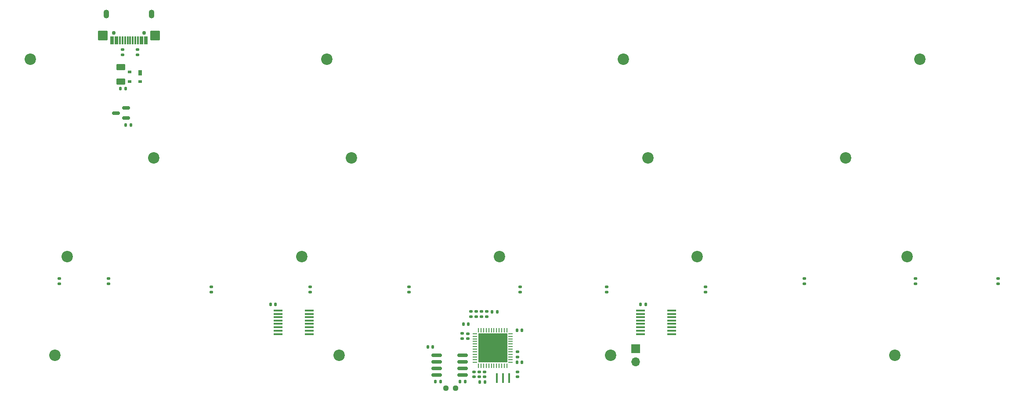
<source format=gbr>
%TF.GenerationSoftware,KiCad,Pcbnew,(7.0.0)*%
%TF.CreationDate,2023-09-23T18:24:28+02:00*%
%TF.ProjectId,travaulta WKL,74726176-6175-46c7-9461-20574b4c2e6b,rev?*%
%TF.SameCoordinates,Original*%
%TF.FileFunction,Soldermask,Bot*%
%TF.FilePolarity,Negative*%
%FSLAX46Y46*%
G04 Gerber Fmt 4.6, Leading zero omitted, Abs format (unit mm)*
G04 Created by KiCad (PCBNEW (7.0.0)) date 2023-09-23 18:24:28*
%MOMM*%
%LPD*%
G01*
G04 APERTURE LIST*
G04 Aperture macros list*
%AMRoundRect*
0 Rectangle with rounded corners*
0 $1 Rounding radius*
0 $2 $3 $4 $5 $6 $7 $8 $9 X,Y pos of 4 corners*
0 Add a 4 corners polygon primitive as box body*
4,1,4,$2,$3,$4,$5,$6,$7,$8,$9,$2,$3,0*
0 Add four circle primitives for the rounded corners*
1,1,$1+$1,$2,$3*
1,1,$1+$1,$4,$5*
1,1,$1+$1,$6,$7*
1,1,$1+$1,$8,$9*
0 Add four rect primitives between the rounded corners*
20,1,$1+$1,$2,$3,$4,$5,0*
20,1,$1+$1,$4,$5,$6,$7,0*
20,1,$1+$1,$6,$7,$8,$9,0*
20,1,$1+$1,$8,$9,$2,$3,0*%
G04 Aperture macros list end*
%ADD10C,2.200000*%
%ADD11R,0.400000X1.900000*%
%ADD12RoundRect,0.140000X0.140000X0.170000X-0.140000X0.170000X-0.140000X-0.170000X0.140000X-0.170000X0*%
%ADD13RoundRect,0.140000X-0.140000X-0.170000X0.140000X-0.170000X0.140000X0.170000X-0.140000X0.170000X0*%
%ADD14RoundRect,0.140000X-0.170000X0.140000X-0.170000X-0.140000X0.170000X-0.140000X0.170000X0.140000X0*%
%ADD15RoundRect,0.150000X-0.825000X-0.150000X0.825000X-0.150000X0.825000X0.150000X-0.825000X0.150000X0*%
%ADD16RoundRect,0.135000X-0.185000X0.135000X-0.185000X-0.135000X0.185000X-0.135000X0.185000X0.135000X0*%
%ADD17RoundRect,0.135000X0.185000X-0.135000X0.185000X0.135000X-0.185000X0.135000X-0.185000X-0.135000X0*%
%ADD18RoundRect,0.135000X-0.135000X-0.185000X0.135000X-0.185000X0.135000X0.185000X-0.135000X0.185000X0*%
%ADD19RoundRect,0.062500X0.062500X-0.375000X0.062500X0.375000X-0.062500X0.375000X-0.062500X-0.375000X0*%
%ADD20RoundRect,0.062500X0.375000X-0.062500X0.375000X0.062500X-0.375000X0.062500X-0.375000X-0.062500X0*%
%ADD21R,5.600000X5.600000*%
%ADD22R,1.778000X0.419100*%
%ADD23RoundRect,0.135000X0.135000X0.185000X-0.135000X0.185000X-0.135000X-0.185000X0.135000X-0.185000X0*%
%ADD24RoundRect,0.250000X-0.625000X0.375000X-0.625000X-0.375000X0.625000X-0.375000X0.625000X0.375000X0*%
%ADD25R,0.700000X1.000000*%
%ADD26R,0.700000X0.600000*%
%ADD27RoundRect,0.140000X0.170000X-0.140000X0.170000X0.140000X-0.170000X0.140000X-0.170000X-0.140000X0*%
%ADD28R,1.700000X1.700000*%
%ADD29O,1.700000X1.700000*%
%ADD30RoundRect,0.150000X0.587500X0.150000X-0.587500X0.150000X-0.587500X-0.150000X0.587500X-0.150000X0*%
%ADD31C,0.750000*%
%ADD32RoundRect,0.050000X-0.300000X-0.725000X0.300000X-0.725000X0.300000X0.725000X-0.300000X0.725000X0*%
%ADD33RoundRect,0.050000X-0.150000X-0.725000X0.150000X-0.725000X0.150000X0.725000X-0.150000X0.725000X0*%
%ADD34RoundRect,0.050000X-0.850000X-0.850000X0.850000X-0.850000X0.850000X0.850000X-0.850000X0.850000X0*%
%ADD35O,1.100000X1.700000*%
%ADD36RoundRect,0.237500X0.250000X0.237500X-0.250000X0.237500X-0.250000X-0.237500X0.250000X-0.237500X0*%
G04 APERTURE END LIST*
D10*
%TO.C,H2*%
X120650000Y-57150000D03*
%TD*%
%TO.C,H11*%
X153987500Y-95250000D03*
%TD*%
%TO.C,H1*%
X63500000Y-57150000D03*
%TD*%
%TO.C,H9*%
X70643750Y-95250000D03*
%TD*%
%TO.C,H13*%
X232568750Y-95250000D03*
%TD*%
%TO.C,H5*%
X87312500Y-76200000D03*
%TD*%
%TO.C,H10*%
X115887500Y-95250000D03*
%TD*%
%TO.C,H8*%
X220662500Y-76200000D03*
%TD*%
%TO.C,H15*%
X123031250Y-114300000D03*
%TD*%
%TO.C,H3*%
X177800000Y-57150000D03*
%TD*%
%TO.C,H17*%
X230187500Y-114300000D03*
%TD*%
%TO.C,H4*%
X234950000Y-57150000D03*
%TD*%
%TO.C,H6*%
X125412500Y-76200000D03*
%TD*%
%TO.C,H16*%
X175418750Y-114300000D03*
%TD*%
%TO.C,H12*%
X192087500Y-95250000D03*
%TD*%
%TO.C,H7*%
X182562500Y-76200000D03*
%TD*%
%TO.C,H14*%
X68262500Y-114300000D03*
%TD*%
D11*
%TO.C,Y1*%
X153415999Y-118744999D03*
X154615999Y-118744999D03*
X155815999Y-118744999D03*
%TD*%
D12*
%TO.C,C7*%
X147984000Y-108331000D03*
X147024000Y-108331000D03*
%TD*%
D13*
%TO.C,C12*%
X181178186Y-104534305D03*
X182138186Y-104534305D03*
%TD*%
D14*
%TO.C,C15*%
X149031000Y-117540000D03*
X149031000Y-118500000D03*
%TD*%
D15*
%TO.C,U5*%
X141899097Y-118120501D03*
X141899097Y-116850501D03*
X141899097Y-115580501D03*
X141899097Y-114310501D03*
X146849097Y-114310501D03*
X146849097Y-115580501D03*
X146849097Y-116850501D03*
X146849097Y-118120501D03*
%TD*%
D16*
%TO.C,R7*%
X146742000Y-110107000D03*
X146742000Y-111127000D03*
%TD*%
D17*
%TO.C,R11*%
X98425000Y-102110000D03*
X98425000Y-101090000D03*
%TD*%
D16*
%TO.C,R2*%
X151511000Y-105877000D03*
X151511000Y-106897000D03*
%TD*%
D13*
%TO.C,C9*%
X157311000Y-115663994D03*
X158271000Y-115663994D03*
%TD*%
D18*
%TO.C,R4*%
X152525000Y-105918000D03*
X153545000Y-105918000D03*
%TD*%
D19*
%TO.C,U1*%
X155404000Y-116340500D03*
X154904000Y-116340500D03*
X154404000Y-116340500D03*
X153904000Y-116340500D03*
X153404000Y-116340500D03*
X152904000Y-116340500D03*
X152404000Y-116340500D03*
X151904000Y-116340500D03*
X151404000Y-116340500D03*
X150904000Y-116340500D03*
X150404000Y-116340500D03*
X149904000Y-116340500D03*
D20*
X149216500Y-115653000D03*
X149216500Y-115153000D03*
X149216500Y-114653000D03*
X149216500Y-114153000D03*
X149216500Y-113653000D03*
X149216500Y-113153000D03*
X149216500Y-112653000D03*
X149216500Y-112153000D03*
X149216500Y-111653000D03*
X149216500Y-111153000D03*
X149216500Y-110653000D03*
X149216500Y-110153000D03*
D19*
X149904000Y-109465500D03*
X150404000Y-109465500D03*
X150904000Y-109465500D03*
X151404000Y-109465500D03*
X151904000Y-109465500D03*
X152404000Y-109465500D03*
X152904000Y-109465500D03*
X153404000Y-109465500D03*
X153904000Y-109465500D03*
X154404000Y-109465500D03*
X154904000Y-109465500D03*
X155404000Y-109465500D03*
D20*
X156091500Y-110153000D03*
X156091500Y-110653000D03*
X156091500Y-111153000D03*
X156091500Y-111653000D03*
X156091500Y-112153000D03*
X156091500Y-112653000D03*
X156091500Y-113153000D03*
X156091500Y-113653000D03*
X156091500Y-114153000D03*
X156091500Y-114653000D03*
X156091500Y-115153000D03*
X156091500Y-115653000D03*
D21*
X152653999Y-112902999D03*
%TD*%
D17*
%TO.C,R12*%
X157956250Y-102110000D03*
X157956250Y-101090000D03*
%TD*%
%TO.C,R15*%
X69088000Y-100522500D03*
X69088000Y-99502500D03*
%TD*%
D14*
%TO.C,C11*%
X151063000Y-117540000D03*
X151063000Y-118500000D03*
%TD*%
D17*
%TO.C,R13*%
X78581250Y-100522500D03*
X78581250Y-99502500D03*
%TD*%
D13*
%TO.C,C8*%
X157311000Y-109474000D03*
X158271000Y-109474000D03*
%TD*%
D17*
%TO.C,R10*%
X174625000Y-102110000D03*
X174625000Y-101090000D03*
%TD*%
D22*
%TO.C,U3*%
X187124339Y-105676699D03*
X187124339Y-106326939D03*
X187124339Y-106977179D03*
X187124339Y-107627419D03*
X187124339Y-108272579D03*
X187124339Y-108922819D03*
X187124339Y-109573059D03*
X187124339Y-110223299D03*
X181175659Y-110223299D03*
X181175659Y-109573059D03*
X181175659Y-108922819D03*
X181175659Y-108272579D03*
X181175659Y-107627419D03*
X181175659Y-106977179D03*
X181175659Y-106326939D03*
X181175659Y-105676699D03*
%TD*%
D17*
%TO.C,R1*%
X148463000Y-106897000D03*
X148463000Y-105877000D03*
%TD*%
%TO.C,R16*%
X234156250Y-100522500D03*
X234156250Y-99502500D03*
%TD*%
D12*
%TO.C,C14*%
X141132500Y-112712500D03*
X140172500Y-112712500D03*
%TD*%
D17*
%TO.C,R9*%
X149479000Y-106897000D03*
X149479000Y-105877000D03*
%TD*%
D12*
%TO.C,C13*%
X110811250Y-104485820D03*
X109851250Y-104485820D03*
%TD*%
D18*
%TO.C,R21*%
X146332687Y-119390501D03*
X147352687Y-119390501D03*
%TD*%
D13*
%TO.C,C5*%
X81943000Y-69850000D03*
X82903000Y-69850000D03*
%TD*%
D17*
%TO.C,R20*%
X193675000Y-102110000D03*
X193675000Y-101090000D03*
%TD*%
D23*
%TO.C,R23*%
X142592312Y-119390501D03*
X141572312Y-119390501D03*
%TD*%
D17*
%TO.C,R14*%
X212725000Y-100522500D03*
X212725000Y-99502500D03*
%TD*%
D18*
%TO.C,R6*%
X150169000Y-119507000D03*
X151189000Y-119507000D03*
%TD*%
D24*
%TO.C,F_USBC1*%
X80962500Y-58671000D03*
X80962500Y-61471000D03*
%TD*%
D25*
%TO.C,D1*%
X84692999Y-59828999D03*
D26*
X84692999Y-61528999D03*
X82692999Y-61528999D03*
X82692999Y-59628999D03*
%TD*%
D17*
%TO.C,R18*%
X81280000Y-56356250D03*
X81280000Y-55336250D03*
%TD*%
D16*
%TO.C,R3*%
X157410000Y-113663000D03*
X157410000Y-114683000D03*
%TD*%
%TO.C,R8*%
X150495000Y-105877000D03*
X150495000Y-106897000D03*
%TD*%
D17*
%TO.C,R5*%
X250064616Y-100522500D03*
X250064616Y-99502500D03*
%TD*%
D27*
%TO.C,C1*%
X147885000Y-111097000D03*
X147885000Y-110137000D03*
%TD*%
D13*
%TO.C,C4*%
X80927000Y-62865000D03*
X81887000Y-62865000D03*
%TD*%
D22*
%TO.C,U4*%
X117274339Y-105676699D03*
X117274339Y-106326939D03*
X117274339Y-106977179D03*
X117274339Y-107627419D03*
X117274339Y-108272579D03*
X117274339Y-108922819D03*
X117274339Y-109573059D03*
X117274339Y-110223299D03*
X111325659Y-110223299D03*
X111325659Y-109573059D03*
X111325659Y-108922819D03*
X111325659Y-108272579D03*
X111325659Y-107627419D03*
X111325659Y-106977179D03*
X111325659Y-106326939D03*
X111325659Y-105676699D03*
%TD*%
D28*
%TO.C,SW38*%
X180181249Y-113024999D03*
D29*
X180181249Y-115564999D03*
%TD*%
D14*
%TO.C,C6*%
X157410000Y-117503000D03*
X157410000Y-118463000D03*
%TD*%
D30*
%TO.C,U2*%
X81963500Y-66614000D03*
X81963500Y-68514000D03*
X80088500Y-67564000D03*
%TD*%
D31*
%TO.C,USB1*%
X79660000Y-52093750D03*
X85440000Y-52093750D03*
D32*
X79325000Y-53538750D03*
X80100000Y-53538750D03*
D33*
X80800000Y-53538750D03*
X81300000Y-53538750D03*
X81800000Y-53538750D03*
X82300000Y-53538750D03*
X82800000Y-53538750D03*
X83300000Y-53538750D03*
X83800000Y-53538750D03*
X84300000Y-53538750D03*
D32*
X85000000Y-53538750D03*
X85775000Y-53538750D03*
D34*
X77550000Y-52643750D03*
D35*
X78229999Y-48443749D03*
X86869999Y-48443749D03*
D34*
X87550000Y-52643750D03*
%TD*%
D36*
%TO.C,JP1*%
X145462340Y-120650000D03*
X143637340Y-120650000D03*
%TD*%
D17*
%TO.C,R19*%
X136525000Y-102110000D03*
X136525000Y-101090000D03*
%TD*%
D16*
%TO.C,R24*%
X84201000Y-55336250D03*
X84201000Y-56356250D03*
%TD*%
D14*
%TO.C,C10*%
X150047000Y-117540000D03*
X150047000Y-118500000D03*
%TD*%
D17*
%TO.C,R17*%
X117475000Y-102110000D03*
X117475000Y-101090000D03*
%TD*%
M02*

</source>
